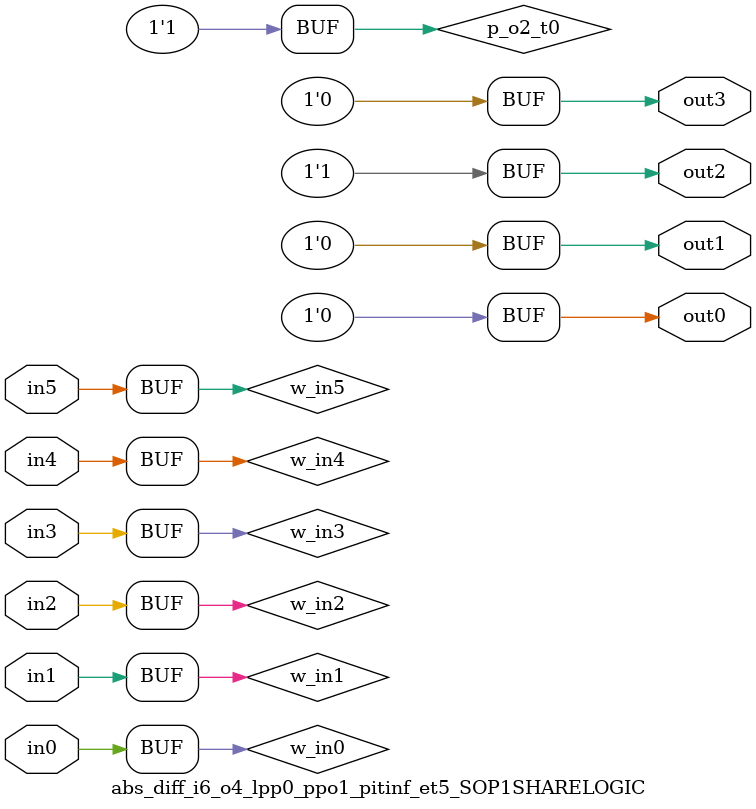
<source format=v>
module abs_diff_i6_o4_lpp0_ppo1_pitinf_et5_SOP1SHARELOGIC (in0, in1, in2, in3, in4, in5, out0, out1, out2, out3);
// declaring inputs
input in0,  in1,  in2,  in3,  in4,  in5;
// declaring outputs
output out0,  out1,  out2,  out3;
// JSON model input
wire w_in5, w_in4, w_in3, w_in2, w_in1, w_in0;
// JSON model output
wire w_g31, w_g58, w_g66;
//json model
wire p_o0_t0, p_o1_t0, p_o2_t0, p_o3_t0;
// JSON model input assign
assign w_in5 = in5;
assign w_in4 = in4;
assign w_in3 = in3;
assign w_in2 = in2;
assign w_in1 = in1;
assign w_in0 = in0;
//json model assigns (approximated/XPATed part)
assign out0 = 0;
assign out1 = 0;
assign p_o2_t0 = 1;
assign out2 = p_o2_t0;
assign out3 = 0;
endmodule
</source>
